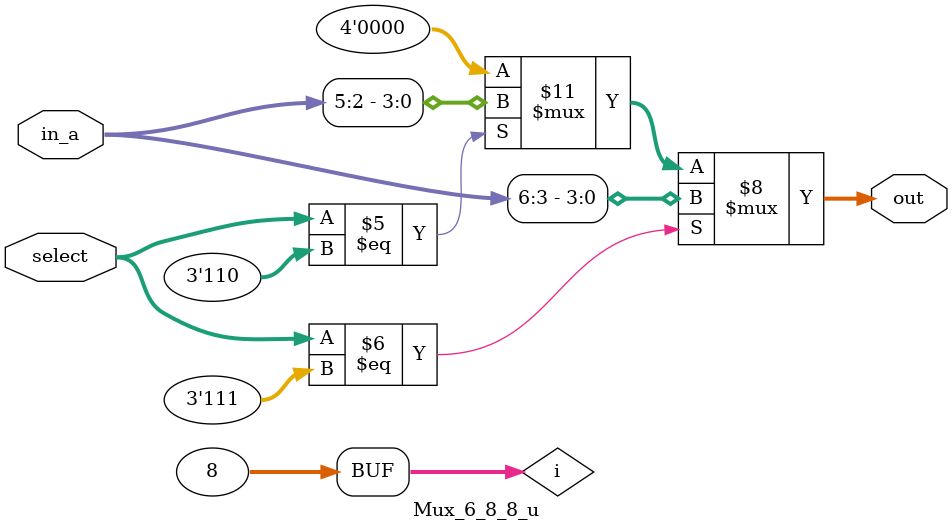
<source format=v>
/*
Copyright (c) 2015 Soheil Hashemi (soheil_hashemi@brown.edu)
              2018 German Research Center for Artificial Intelligence (DFKI)

Permission is hereby granted, free of charge, to any person
obtaining a copy of this software and associated documentation
files (the "Software"), to deal in the Software without
restriction, including without limitation the rights to use,
copy, modify, merge, publish, distribute, sublicense, and/or sell
copies of the Software, and to permit persons to whom the
Software is furnished to do so, subject to the following
conditions:

The above copyright notice and this permission notice shall be
included in all copies or substantial portions of the Software.

THE SOFTWARE IS PROVIDED "AS IS", WITHOUT WARRANTY OF ANY KIND,
EXPRESS OR IMPLIED, INCLUDING BUT NOT LIMITED TO THE WARRANTIES
OF MERCHANTABILITY, FITNESS FOR A PARTICULAR PURPOSE AND
NONINFRINGEMENT. IN NO EVENT SHALL THE AUTHORS OR COPYRIGHT
HOLDERS BE LIABLE FOR ANY CLAIM, DAMAGES OR OTHER LIABILITY,
WHETHER IN AN ACTION OF CONTRACT, TORT OR OTHERWISE, ARISING
FROM, OUT OF OR IN CONNECTION WITH THE SOFTWARE OR THE USE OR
OTHER DEALINGS IN THE SOFTWARE.

Approximate Multiplier Design Details Provided in:
Soheil Hashemi, R. Iris Bahar, and Sherief Reda, "DRUM: A Dynamic
Range Unbiased Multiplier for Approximate Applications" In
Proceedings of the IEEE/ACM International Conference on
Computer-Aided Design (ICCAD). 2015. 

*/

// parameter 6;
// parameter 8;
// parameter 8;


module DRUM6_8_8_u (a, b, r);

input [(8-1):0] a;
input [(8-1):0] b;
output [(8+8)-1:0] r;

wire [$clog2(8)-1:0] k1;
wire [$clog2(8)-1:0] k2;
wire [6-3:0] m,n;
wire [8-1:0] l1;
wire [8-1:0] l2;
wire [(6*2)-1:0] tmp;
wire [$clog2(8)-1:0] p;
wire [$clog2(8)-1:0] q;
wire [$clog2(8):0]sum;
wire [6-1:0]mm,nn;
LOD_6_8_8_u u1(.in_a(a),.out_a(l1));
LOD_6_8_8_u u2(.in_a(b),.out_a(l2));
P_Encoder_6_8_8_u u3(.in_a(l1), .out_a(k1));
P_Encoder_6_8_8_u u4(.in_a(l2), .out_a(k2));
Mux_6_8_8_u u5(.in_a(a), .select(k1), .out(m));
Mux_6_8_8_u u6(.in_a(b), .select(k2), .out(n));
assign p=(k1>(6-1))?k1-(6-1):0;
assign q=(k2>(6-1))?k2-(6-1):0;
assign mm=(k1>6-1)?({1'b1,m,1'b1}):a[6-1:0];
assign nn=(k2>6-1)?({1'b1,n,1'b1}):b[6-1:0];

assign tmp=mm*nn;
assign sum=p+q;

Barrel_Shifter_6_8_8_u u7(.in_a(tmp), .count(sum), .out_a(r));

endmodule

//------------------------------------------------------------
module LOD_6_8_8_u (in_a, out_a);

input [8-1:0]in_a;
output reg [8-1:0]out_a;

integer k,j;
reg [8-1:0]w;

always @(*)
    begin
        out_a[8-1] = in_a[8-1];
        w[8-1] = in_a[8-1]?0:1;
        for (k = 8-2; k>=0; k=k-1)
	        begin
                w[k] = in_a[k]?0:w[k+1];
                out_a[k] = w[k+1]&in_a[k];
	        end
	end

endmodule

//--------------------------------
module P_Encoder_6_8_8_u (in_a, out_a);

input [8-1:0]in_a;
output reg [$clog2(8)-1:0]out_a;

integer i;
    always @* begin
        out_a = 0;
        for (i=8-1; i>=0; i=i-1)
            if (in_a[i]) out_a = i[$clog2(8)-1:0];
    end
endmodule

//--------------------------------
module Barrel_Shifter_6_8_8_u (in_a, count, out_a);

input [$clog2(8):0]count;
input [(6*2)-1:0]in_a;
output [(8+8)-1:0]out_a;

wire [(8 + 8)-1:0] tmp;
assign tmp = {{((8 + 8)-(6*2)){1'b0}}, in_a};
assign out_a=(tmp<<count);

endmodule

//--------------------------------
module Mux_6_8_8_u (in_a, select, out);

input [$clog2(8)-1:0]select;
input [8-1:0]in_a;
output reg [6-3:0]out;

integer i;
always @(*) begin
    out = 0;
    for (i = 6; i < (8); i=i+1) begin :mux_gen_block
        if (select == i[$clog2(8)-1:0])
            out = in_a[i-1 -: 6-2];
    end
end

endmodule
</source>
